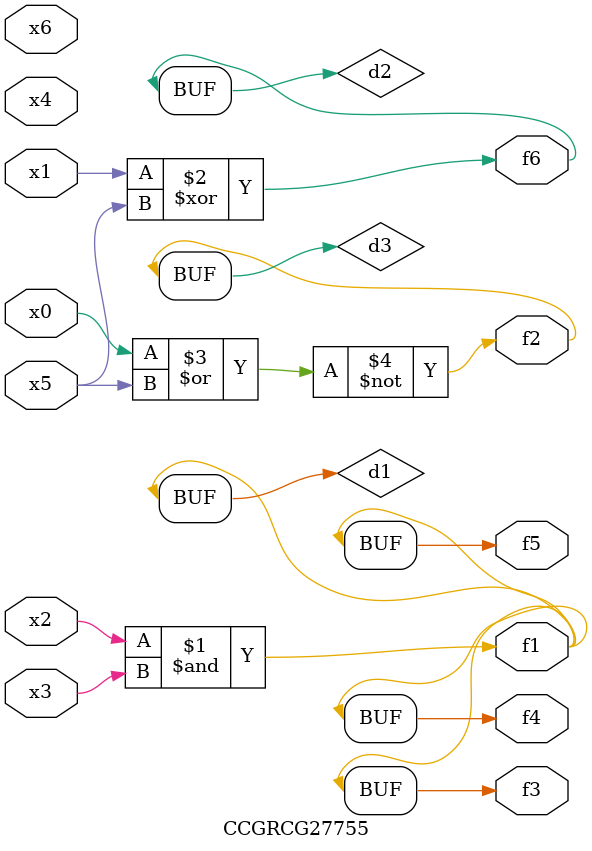
<source format=v>
module CCGRCG27755(
	input x0, x1, x2, x3, x4, x5, x6,
	output f1, f2, f3, f4, f5, f6
);

	wire d1, d2, d3;

	and (d1, x2, x3);
	xor (d2, x1, x5);
	nor (d3, x0, x5);
	assign f1 = d1;
	assign f2 = d3;
	assign f3 = d1;
	assign f4 = d1;
	assign f5 = d1;
	assign f6 = d2;
endmodule

</source>
